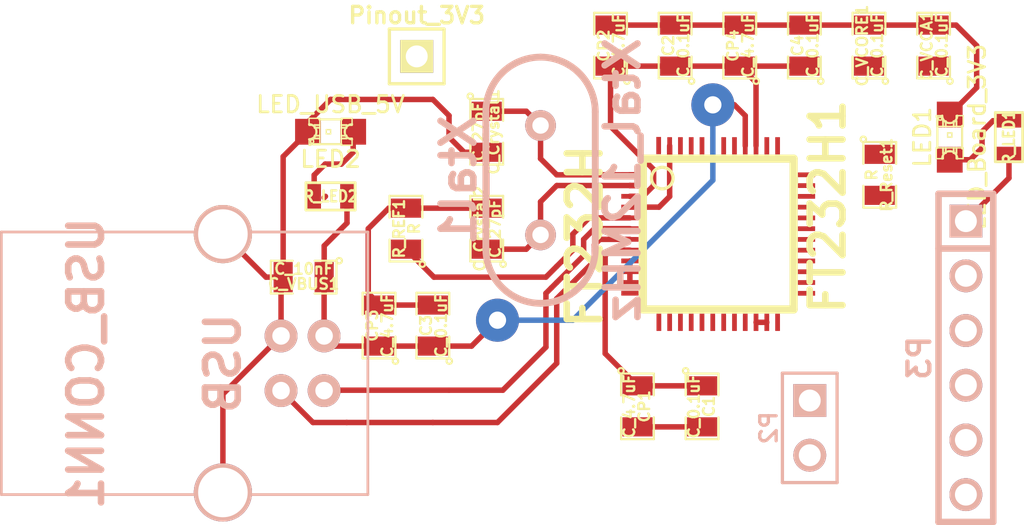
<source format=kicad_pcb>
(kicad_pcb (version 3) (host pcbnew "(2013-07-07 BZR 4022)-stable")

  (general
    (links 68)
    (no_connects 30)
    (area 36.199499 50.680934 89.387266 78.2224)
    (thickness 1.6)
    (drawings 0)
    (tracks 130)
    (zones 0)
    (modules 25)
    (nets 19)
  )

  (page A3)
  (layers
    (15 Dessus.Cu signal)
    (0 Dessous.Cu signal)
    (16 Dessous.Adhes user)
    (17 Dessus.Adhes user)
    (18 Dessous.Pate user)
    (19 Dessus.Pate user)
    (20 Dessous.SilkS user)
    (21 Dessus.SilkS user)
    (22 Dessous.Masque user)
    (23 Dessus.Masque user)
    (24 Dessin.User user)
    (25 Cmts.User user)
    (26 Eco1.User user)
    (27 Eco2.User user)
    (28 Contours.Ci user)
  )

  (setup
    (last_trace_width 0.254)
    (trace_clearance 0.2)
    (zone_clearance 0.508)
    (zone_45_only no)
    (trace_min 0.254)
    (segment_width 0.2)
    (edge_width 0.15)
    (via_size 2)
    (via_drill 0.8)
    (via_min_size 0.889)
    (via_min_drill 0.508)
    (uvia_size 0.508)
    (uvia_drill 0.127)
    (uvias_allowed no)
    (uvia_min_size 0.508)
    (uvia_min_drill 0.127)
    (pcb_text_width 0.3)
    (pcb_text_size 1.5 1.5)
    (mod_edge_width 0.15)
    (mod_text_size 1.5 1.5)
    (mod_text_width 0.15)
    (pad_size 0.8001 0.22098)
    (pad_drill 0)
    (pad_to_mask_clearance 0.2)
    (aux_axis_origin 0 0)
    (visible_elements 7FFFFFFF)
    (pcbplotparams
      (layerselection 3178497)
      (usegerberextensions true)
      (excludeedgelayer true)
      (linewidth 0.150000)
      (plotframeref false)
      (viasonmask false)
      (mode 1)
      (useauxorigin false)
      (hpglpennumber 1)
      (hpglpenspeed 20)
      (hpglpendiameter 15)
      (hpglpenoverlay 2)
      (psnegative false)
      (psa4output false)
      (plotreference true)
      (plotvalue true)
      (plotothertext true)
      (plotinvisibletext false)
      (padsonsilk false)
      (subtractmaskfromsilk false)
      (outputformat 1)
      (mirror false)
      (drillshape 1)
      (scaleselection 1)
      (outputdirectory ""))
  )

  (net 0 "")
  (net 1 /BOARD_3V3)
  (net 2 /TCK)
  (net 3 /TDI)
  (net 4 /TDO)
  (net 5 /TMS)
  (net 6 /VBUS_5V)
  (net 7 /VCCD_3V3)
  (net 8 GND)
  (net 9 N-000001)
  (net 10 N-0000010)
  (net 11 N-0000011)
  (net 12 N-000002)
  (net 13 N-0000029)
  (net 14 N-000003)
  (net 15 N-0000030)
  (net 16 N-000004)
  (net 17 N-000006)
  (net 18 N-000009)

  (net_class Default "Ceci est la Netclass par défaut"
    (clearance 0.2)
    (trace_width 0.254)
    (via_dia 2)
    (via_drill 0.8)
    (uvia_dia 0.508)
    (uvia_drill 0.127)
    (add_net "")
    (add_net /BOARD_3V3)
    (add_net /TCK)
    (add_net /TDI)
    (add_net /TDO)
    (add_net /TMS)
    (add_net /VBUS_5V)
    (add_net /VCCD_3V3)
    (add_net GND)
    (add_net N-000001)
    (add_net N-0000010)
    (add_net N-0000011)
    (add_net N-000002)
    (add_net N-0000029)
    (add_net N-000003)
    (add_net N-0000030)
    (add_net N-000004)
    (add_net N-000006)
    (add_net N-000009)
  )

  (module SM0805 (layer Dessus.Cu) (tedit 5091495C) (tstamp 5266A70A)
    (at 50.25 64 180)
    (path /5261282B)
    (attr smd)
    (fp_text reference C_VBUS1 (at 0 -0.3175 180) (layer Dessus.SilkS)
      (effects (font (size 0.50038 0.50038) (thickness 0.10922)))
    )
    (fp_text value C_10nF (at 0 0.381 180) (layer Dessus.SilkS)
      (effects (font (size 0.50038 0.50038) (thickness 0.10922)))
    )
    (fp_circle (center -1.651 0.762) (end -1.651 0.635) (layer Dessus.SilkS) (width 0.09906))
    (fp_line (start -0.508 0.762) (end -1.524 0.762) (layer Dessus.SilkS) (width 0.09906))
    (fp_line (start -1.524 0.762) (end -1.524 -0.762) (layer Dessus.SilkS) (width 0.09906))
    (fp_line (start -1.524 -0.762) (end -0.508 -0.762) (layer Dessus.SilkS) (width 0.09906))
    (fp_line (start 0.508 -0.762) (end 1.524 -0.762) (layer Dessus.SilkS) (width 0.09906))
    (fp_line (start 1.524 -0.762) (end 1.524 0.762) (layer Dessus.SilkS) (width 0.09906))
    (fp_line (start 1.524 0.762) (end 0.508 0.762) (layer Dessus.SilkS) (width 0.09906))
    (pad 1 smd rect (at -0.9525 0 180) (size 0.889 1.397)
      (layers Dessus.Cu Dessus.Pate Dessus.Masque)
      (net 6 /VBUS_5V)
    )
    (pad 2 smd rect (at 0.9525 0 180) (size 0.889 1.397)
      (layers Dessus.Cu Dessus.Pate Dessus.Masque)
      (net 8 GND)
    )
    (model smd/chip_cms.wrl
      (at (xyz 0 0 0))
      (scale (xyz 0.1 0.1 0.1))
      (rotate (xyz 0 0 0))
    )
  )

  (module SM0805 (layer Dessus.Cu) (tedit 5091495C) (tstamp 52629D5A)
    (at 58.75 57.25 270)
    (path /526102F7)
    (attr smd)
    (fp_text reference C_Crystal1 (at 0 -0.3175 270) (layer Dessus.SilkS)
      (effects (font (size 0.50038 0.50038) (thickness 0.10922)))
    )
    (fp_text value C_27pF (at 0 0.381 270) (layer Dessus.SilkS)
      (effects (font (size 0.50038 0.50038) (thickness 0.10922)))
    )
    (fp_circle (center -1.651 0.762) (end -1.651 0.635) (layer Dessus.SilkS) (width 0.09906))
    (fp_line (start -0.508 0.762) (end -1.524 0.762) (layer Dessus.SilkS) (width 0.09906))
    (fp_line (start -1.524 0.762) (end -1.524 -0.762) (layer Dessus.SilkS) (width 0.09906))
    (fp_line (start -1.524 -0.762) (end -0.508 -0.762) (layer Dessus.SilkS) (width 0.09906))
    (fp_line (start 0.508 -0.762) (end 1.524 -0.762) (layer Dessus.SilkS) (width 0.09906))
    (fp_line (start 1.524 -0.762) (end 1.524 0.762) (layer Dessus.SilkS) (width 0.09906))
    (fp_line (start 1.524 0.762) (end 0.508 0.762) (layer Dessus.SilkS) (width 0.09906))
    (pad 1 smd rect (at -0.9525 0 270) (size 0.889 1.397)
      (layers Dessus.Cu Dessus.Pate Dessus.Masque)
      (net 15 N-0000030)
    )
    (pad 2 smd rect (at 0.9525 0 270) (size 0.889 1.397)
      (layers Dessus.Cu Dessus.Pate Dessus.Masque)
      (net 8 GND)
    )
    (model smd/chip_cms.wrl
      (at (xyz 0 0 0))
      (scale (xyz 0.1 0.1 0.1))
      (rotate (xyz 0 0 0))
    )
  )

  (module SM0805 (layer Dessus.Cu) (tedit 5091495C) (tstamp 526299A9)
    (at 58.75 61.75 90)
    (path /526102FE)
    (attr smd)
    (fp_text reference C_Crystal2 (at 0 -0.3175 90) (layer Dessus.SilkS)
      (effects (font (size 0.50038 0.50038) (thickness 0.10922)))
    )
    (fp_text value C_27pF (at 0 0.381 90) (layer Dessus.SilkS)
      (effects (font (size 0.50038 0.50038) (thickness 0.10922)))
    )
    (fp_circle (center -1.651 0.762) (end -1.651 0.635) (layer Dessus.SilkS) (width 0.09906))
    (fp_line (start -0.508 0.762) (end -1.524 0.762) (layer Dessus.SilkS) (width 0.09906))
    (fp_line (start -1.524 0.762) (end -1.524 -0.762) (layer Dessus.SilkS) (width 0.09906))
    (fp_line (start -1.524 -0.762) (end -0.508 -0.762) (layer Dessus.SilkS) (width 0.09906))
    (fp_line (start 0.508 -0.762) (end 1.524 -0.762) (layer Dessus.SilkS) (width 0.09906))
    (fp_line (start 1.524 -0.762) (end 1.524 0.762) (layer Dessus.SilkS) (width 0.09906))
    (fp_line (start 1.524 0.762) (end 0.508 0.762) (layer Dessus.SilkS) (width 0.09906))
    (pad 1 smd rect (at -0.9525 0 90) (size 0.889 1.397)
      (layers Dessus.Cu Dessus.Pate Dessus.Masque)
      (net 13 N-0000029)
    )
    (pad 2 smd rect (at 0.9525 0 90) (size 0.889 1.397)
      (layers Dessus.Cu Dessus.Pate Dessus.Masque)
      (net 8 GND)
    )
    (model smd/chip_cms.wrl
      (at (xyz 0 0 0))
      (scale (xyz 0.1 0.1 0.1))
      (rotate (xyz 0 0 0))
    )
  )

  (module SM0805 (layer Dessus.Cu) (tedit 5091495C) (tstamp 526299B6)
    (at 56.25 66.25 90)
    (path /526106F6)
    (attr smd)
    (fp_text reference C3 (at 0 -0.3175 90) (layer Dessus.SilkS)
      (effects (font (size 0.50038 0.50038) (thickness 0.10922)))
    )
    (fp_text value C_0.1uF (at 0 0.381 90) (layer Dessus.SilkS)
      (effects (font (size 0.50038 0.50038) (thickness 0.10922)))
    )
    (fp_circle (center -1.651 0.762) (end -1.651 0.635) (layer Dessus.SilkS) (width 0.09906))
    (fp_line (start -0.508 0.762) (end -1.524 0.762) (layer Dessus.SilkS) (width 0.09906))
    (fp_line (start -1.524 0.762) (end -1.524 -0.762) (layer Dessus.SilkS) (width 0.09906))
    (fp_line (start -1.524 -0.762) (end -0.508 -0.762) (layer Dessus.SilkS) (width 0.09906))
    (fp_line (start 0.508 -0.762) (end 1.524 -0.762) (layer Dessus.SilkS) (width 0.09906))
    (fp_line (start 1.524 -0.762) (end 1.524 0.762) (layer Dessus.SilkS) (width 0.09906))
    (fp_line (start 1.524 0.762) (end 0.508 0.762) (layer Dessus.SilkS) (width 0.09906))
    (pad 1 smd rect (at -0.9525 0 90) (size 0.889 1.397)
      (layers Dessus.Cu Dessus.Pate Dessus.Masque)
      (net 6 /VBUS_5V)
    )
    (pad 2 smd rect (at 0.9525 0 90) (size 0.889 1.397)
      (layers Dessus.Cu Dessus.Pate Dessus.Masque)
      (net 8 GND)
    )
    (model smd/chip_cms.wrl
      (at (xyz 0 0 0))
      (scale (xyz 0.1 0.1 0.1))
      (rotate (xyz 0 0 0))
    )
  )

  (module SM0805 (layer Dessus.Cu) (tedit 5091495C) (tstamp 5266D5A1)
    (at 53.75 66.25 90)
    (path /5261075B)
    (attr smd)
    (fp_text reference CP3 (at 0 -0.3175 90) (layer Dessus.SilkS)
      (effects (font (size 0.50038 0.50038) (thickness 0.10922)))
    )
    (fp_text value C_4.7uF (at 0 0.381 90) (layer Dessus.SilkS)
      (effects (font (size 0.50038 0.50038) (thickness 0.10922)))
    )
    (fp_circle (center -1.651 0.762) (end -1.651 0.635) (layer Dessus.SilkS) (width 0.09906))
    (fp_line (start -0.508 0.762) (end -1.524 0.762) (layer Dessus.SilkS) (width 0.09906))
    (fp_line (start -1.524 0.762) (end -1.524 -0.762) (layer Dessus.SilkS) (width 0.09906))
    (fp_line (start -1.524 -0.762) (end -0.508 -0.762) (layer Dessus.SilkS) (width 0.09906))
    (fp_line (start 0.508 -0.762) (end 1.524 -0.762) (layer Dessus.SilkS) (width 0.09906))
    (fp_line (start 1.524 -0.762) (end 1.524 0.762) (layer Dessus.SilkS) (width 0.09906))
    (fp_line (start 1.524 0.762) (end 0.508 0.762) (layer Dessus.SilkS) (width 0.09906))
    (pad 1 smd rect (at -0.9525 0 90) (size 0.889 1.397)
      (layers Dessus.Cu Dessus.Pate Dessus.Masque)
      (net 6 /VBUS_5V)
    )
    (pad 2 smd rect (at 0.9525 0 90) (size 0.889 1.397)
      (layers Dessus.Cu Dessus.Pate Dessus.Masque)
      (net 8 GND)
    )
    (model smd/chip_cms.wrl
      (at (xyz 0 0 0))
      (scale (xyz 0.1 0.1 0.1))
      (rotate (xyz 0 0 0))
    )
  )

  (module SM0805 (layer Dessus.Cu) (tedit 5091495C) (tstamp 526681E1)
    (at 77 59.25 270)
    (path /5261161F)
    (attr smd)
    (fp_text reference R_Reset1 (at 0 -0.3175 270) (layer Dessus.SilkS)
      (effects (font (size 0.50038 0.50038) (thickness 0.10922)))
    )
    (fp_text value R (at 0 0.381 270) (layer Dessus.SilkS)
      (effects (font (size 0.50038 0.50038) (thickness 0.10922)))
    )
    (fp_circle (center -1.651 0.762) (end -1.651 0.635) (layer Dessus.SilkS) (width 0.09906))
    (fp_line (start -0.508 0.762) (end -1.524 0.762) (layer Dessus.SilkS) (width 0.09906))
    (fp_line (start -1.524 0.762) (end -1.524 -0.762) (layer Dessus.SilkS) (width 0.09906))
    (fp_line (start -1.524 -0.762) (end -0.508 -0.762) (layer Dessus.SilkS) (width 0.09906))
    (fp_line (start 0.508 -0.762) (end 1.524 -0.762) (layer Dessus.SilkS) (width 0.09906))
    (fp_line (start 1.524 -0.762) (end 1.524 0.762) (layer Dessus.SilkS) (width 0.09906))
    (fp_line (start 1.524 0.762) (end 0.508 0.762) (layer Dessus.SilkS) (width 0.09906))
    (pad 1 smd rect (at -0.9525 0 270) (size 0.889 1.397)
      (layers Dessus.Cu Dessus.Pate Dessus.Masque)
      (net 7 /VCCD_3V3)
    )
    (pad 2 smd rect (at 0.9525 0 270) (size 0.889 1.397)
      (layers Dessus.Cu Dessus.Pate Dessus.Masque)
      (net 9 N-000001)
    )
    (model smd/chip_cms.wrl
      (at (xyz 0 0 0))
      (scale (xyz 0.1 0.1 0.1))
      (rotate (xyz 0 0 0))
    )
  )

  (module SM0805 (layer Dessus.Cu) (tedit 5091495C) (tstamp 526299DD)
    (at 55 61.75 90)
    (path /52611699)
    (attr smd)
    (fp_text reference R_REF1 (at 0 -0.3175 90) (layer Dessus.SilkS)
      (effects (font (size 0.50038 0.50038) (thickness 0.10922)))
    )
    (fp_text value R (at 0 0.381 90) (layer Dessus.SilkS)
      (effects (font (size 0.50038 0.50038) (thickness 0.10922)))
    )
    (fp_circle (center -1.651 0.762) (end -1.651 0.635) (layer Dessus.SilkS) (width 0.09906))
    (fp_line (start -0.508 0.762) (end -1.524 0.762) (layer Dessus.SilkS) (width 0.09906))
    (fp_line (start -1.524 0.762) (end -1.524 -0.762) (layer Dessus.SilkS) (width 0.09906))
    (fp_line (start -1.524 -0.762) (end -0.508 -0.762) (layer Dessus.SilkS) (width 0.09906))
    (fp_line (start 0.508 -0.762) (end 1.524 -0.762) (layer Dessus.SilkS) (width 0.09906))
    (fp_line (start 1.524 -0.762) (end 1.524 0.762) (layer Dessus.SilkS) (width 0.09906))
    (fp_line (start 1.524 0.762) (end 0.508 0.762) (layer Dessus.SilkS) (width 0.09906))
    (pad 1 smd rect (at -0.9525 0 90) (size 0.889 1.397)
      (layers Dessus.Cu Dessus.Pate Dessus.Masque)
      (net 16 N-000004)
    )
    (pad 2 smd rect (at 0.9525 0 90) (size 0.889 1.397)
      (layers Dessus.Cu Dessus.Pate Dessus.Masque)
      (net 8 GND)
    )
    (model smd/chip_cms.wrl
      (at (xyz 0 0 0))
      (scale (xyz 0.1 0.1 0.1))
      (rotate (xyz 0 0 0))
    )
  )

  (module SM0805 (layer Dessus.Cu) (tedit 5091495C) (tstamp 526299EA)
    (at 79.5 53.25 90)
    (path /52611805)
    (attr smd)
    (fp_text reference C_VCCA1 (at 0 -0.3175 90) (layer Dessus.SilkS)
      (effects (font (size 0.50038 0.50038) (thickness 0.10922)))
    )
    (fp_text value C_0.1uF (at 0 0.381 90) (layer Dessus.SilkS)
      (effects (font (size 0.50038 0.50038) (thickness 0.10922)))
    )
    (fp_circle (center -1.651 0.762) (end -1.651 0.635) (layer Dessus.SilkS) (width 0.09906))
    (fp_line (start -0.508 0.762) (end -1.524 0.762) (layer Dessus.SilkS) (width 0.09906))
    (fp_line (start -1.524 0.762) (end -1.524 -0.762) (layer Dessus.SilkS) (width 0.09906))
    (fp_line (start -1.524 -0.762) (end -0.508 -0.762) (layer Dessus.SilkS) (width 0.09906))
    (fp_line (start 0.508 -0.762) (end 1.524 -0.762) (layer Dessus.SilkS) (width 0.09906))
    (fp_line (start 1.524 -0.762) (end 1.524 0.762) (layer Dessus.SilkS) (width 0.09906))
    (fp_line (start 1.524 0.762) (end 0.508 0.762) (layer Dessus.SilkS) (width 0.09906))
    (pad 1 smd rect (at -0.9525 0 90) (size 0.889 1.397)
      (layers Dessus.Cu Dessus.Pate Dessus.Masque)
      (net 14 N-000003)
    )
    (pad 2 smd rect (at 0.9525 0 90) (size 0.889 1.397)
      (layers Dessus.Cu Dessus.Pate Dessus.Masque)
      (net 8 GND)
    )
    (model smd/chip_cms.wrl
      (at (xyz 0 0 0))
      (scale (xyz 0.1 0.1 0.1))
      (rotate (xyz 0 0 0))
    )
  )

  (module SM0805 (layer Dessus.Cu) (tedit 5091495C) (tstamp 526299F7)
    (at 76.5 53.25 90)
    (path /52611812)
    (attr smd)
    (fp_text reference C_VCORE1 (at 0 -0.3175 90) (layer Dessus.SilkS)
      (effects (font (size 0.50038 0.50038) (thickness 0.10922)))
    )
    (fp_text value C_0.1uF (at 0 0.381 90) (layer Dessus.SilkS)
      (effects (font (size 0.50038 0.50038) (thickness 0.10922)))
    )
    (fp_circle (center -1.651 0.762) (end -1.651 0.635) (layer Dessus.SilkS) (width 0.09906))
    (fp_line (start -0.508 0.762) (end -1.524 0.762) (layer Dessus.SilkS) (width 0.09906))
    (fp_line (start -1.524 0.762) (end -1.524 -0.762) (layer Dessus.SilkS) (width 0.09906))
    (fp_line (start -1.524 -0.762) (end -0.508 -0.762) (layer Dessus.SilkS) (width 0.09906))
    (fp_line (start 0.508 -0.762) (end 1.524 -0.762) (layer Dessus.SilkS) (width 0.09906))
    (fp_line (start 1.524 -0.762) (end 1.524 0.762) (layer Dessus.SilkS) (width 0.09906))
    (fp_line (start 1.524 0.762) (end 0.508 0.762) (layer Dessus.SilkS) (width 0.09906))
    (pad 1 smd rect (at -0.9525 0 90) (size 0.889 1.397)
      (layers Dessus.Cu Dessus.Pate Dessus.Masque)
      (net 12 N-000002)
    )
    (pad 2 smd rect (at 0.9525 0 90) (size 0.889 1.397)
      (layers Dessus.Cu Dessus.Pate Dessus.Masque)
      (net 8 GND)
    )
    (model smd/chip_cms.wrl
      (at (xyz 0 0 0))
      (scale (xyz 0.1 0.1 0.1))
      (rotate (xyz 0 0 0))
    )
  )

  (module SM0805 (layer Dessus.Cu) (tedit 5091495C) (tstamp 526681C5)
    (at 73.5 53.25 90)
    (path /52611925)
    (attr smd)
    (fp_text reference C4 (at 0 -0.3175 90) (layer Dessus.SilkS)
      (effects (font (size 0.50038 0.50038) (thickness 0.10922)))
    )
    (fp_text value C_0.1uF (at 0 0.381 90) (layer Dessus.SilkS)
      (effects (font (size 0.50038 0.50038) (thickness 0.10922)))
    )
    (fp_circle (center -1.651 0.762) (end -1.651 0.635) (layer Dessus.SilkS) (width 0.09906))
    (fp_line (start -0.508 0.762) (end -1.524 0.762) (layer Dessus.SilkS) (width 0.09906))
    (fp_line (start -1.524 0.762) (end -1.524 -0.762) (layer Dessus.SilkS) (width 0.09906))
    (fp_line (start -1.524 -0.762) (end -0.508 -0.762) (layer Dessus.SilkS) (width 0.09906))
    (fp_line (start 0.508 -0.762) (end 1.524 -0.762) (layer Dessus.SilkS) (width 0.09906))
    (fp_line (start 1.524 -0.762) (end 1.524 0.762) (layer Dessus.SilkS) (width 0.09906))
    (fp_line (start 1.524 0.762) (end 0.508 0.762) (layer Dessus.SilkS) (width 0.09906))
    (pad 1 smd rect (at -0.9525 0 90) (size 0.889 1.397)
      (layers Dessus.Cu Dessus.Pate Dessus.Masque)
      (net 7 /VCCD_3V3)
    )
    (pad 2 smd rect (at 0.9525 0 90) (size 0.889 1.397)
      (layers Dessus.Cu Dessus.Pate Dessus.Masque)
      (net 8 GND)
    )
    (model smd/chip_cms.wrl
      (at (xyz 0 0 0))
      (scale (xyz 0.1 0.1 0.1))
      (rotate (xyz 0 0 0))
    )
  )

  (module SM0805 (layer Dessus.Cu) (tedit 5091495C) (tstamp 52629A11)
    (at 70.5 53.25 90)
    (path /52611935)
    (attr smd)
    (fp_text reference CP4 (at 0 -0.3175 90) (layer Dessus.SilkS)
      (effects (font (size 0.50038 0.50038) (thickness 0.10922)))
    )
    (fp_text value C_4.7uF (at 0 0.381 90) (layer Dessus.SilkS)
      (effects (font (size 0.50038 0.50038) (thickness 0.10922)))
    )
    (fp_circle (center -1.651 0.762) (end -1.651 0.635) (layer Dessus.SilkS) (width 0.09906))
    (fp_line (start -0.508 0.762) (end -1.524 0.762) (layer Dessus.SilkS) (width 0.09906))
    (fp_line (start -1.524 0.762) (end -1.524 -0.762) (layer Dessus.SilkS) (width 0.09906))
    (fp_line (start -1.524 -0.762) (end -0.508 -0.762) (layer Dessus.SilkS) (width 0.09906))
    (fp_line (start 0.508 -0.762) (end 1.524 -0.762) (layer Dessus.SilkS) (width 0.09906))
    (fp_line (start 1.524 -0.762) (end 1.524 0.762) (layer Dessus.SilkS) (width 0.09906))
    (fp_line (start 1.524 0.762) (end 0.508 0.762) (layer Dessus.SilkS) (width 0.09906))
    (pad 1 smd rect (at -0.9525 0 90) (size 0.889 1.397)
      (layers Dessus.Cu Dessus.Pate Dessus.Masque)
      (net 7 /VCCD_3V3)
    )
    (pad 2 smd rect (at 0.9525 0 90) (size 0.889 1.397)
      (layers Dessus.Cu Dessus.Pate Dessus.Masque)
      (net 8 GND)
    )
    (model smd/chip_cms.wrl
      (at (xyz 0 0 0))
      (scale (xyz 0.1 0.1 0.1))
      (rotate (xyz 0 0 0))
    )
  )

  (module SM0805 (layer Dessus.Cu) (tedit 52668237) (tstamp 52629A1E)
    (at 68.75 70 270)
    (path /52611B5D)
    (attr smd)
    (fp_text reference C1 (at 0 -0.3175 270) (layer Dessus.SilkS)
      (effects (font (size 0.50038 0.50038) (thickness 0.10922)))
    )
    (fp_text value C_0.1uF (at 0 0.381 270) (layer Dessus.SilkS)
      (effects (font (size 0.50038 0.50038) (thickness 0.10922)))
    )
    (fp_circle (center -1.651 0.762) (end -1.651 0.635) (layer Dessus.SilkS) (width 0.09906))
    (fp_line (start -0.508 0.762) (end -1.524 0.762) (layer Dessus.SilkS) (width 0.09906))
    (fp_line (start -1.524 0.762) (end -1.524 -0.762) (layer Dessus.SilkS) (width 0.09906))
    (fp_line (start -1.524 -0.762) (end -0.508 -0.762) (layer Dessus.SilkS) (width 0.09906))
    (fp_line (start 0.508 -0.762) (end 1.524 -0.762) (layer Dessus.SilkS) (width 0.09906))
    (fp_line (start 1.524 -0.762) (end 1.524 0.762) (layer Dessus.SilkS) (width 0.09906))
    (fp_line (start 1.524 0.762) (end 0.508 0.762) (layer Dessus.SilkS) (width 0.09906))
    (pad 1 smd rect (at -0.9525 0 270) (size 0.889 1.397)
      (layers Dessus.Cu Dessus.Pate Dessus.Masque)
      (net 7 /VCCD_3V3)
    )
    (pad 2 smd rect (at 0.9525 0 270) (size 0.889 1.397)
      (layers Dessus.Cu Dessus.Pate Dessus.Masque)
      (net 8 GND)
    )
    (model smd/chip_cms.wrl
      (at (xyz 0 0 0))
      (scale (xyz 0.1 0.1 0.1))
      (rotate (xyz 0 0 0))
    )
  )

  (module SM0805 (layer Dessus.Cu) (tedit 5091495C) (tstamp 52629A2B)
    (at 65.75 70 270)
    (path /52611B67)
    (attr smd)
    (fp_text reference CP1 (at 0 -0.3175 270) (layer Dessus.SilkS)
      (effects (font (size 0.50038 0.50038) (thickness 0.10922)))
    )
    (fp_text value C_4.7uF (at 0 0.381 270) (layer Dessus.SilkS)
      (effects (font (size 0.50038 0.50038) (thickness 0.10922)))
    )
    (fp_circle (center -1.651 0.762) (end -1.651 0.635) (layer Dessus.SilkS) (width 0.09906))
    (fp_line (start -0.508 0.762) (end -1.524 0.762) (layer Dessus.SilkS) (width 0.09906))
    (fp_line (start -1.524 0.762) (end -1.524 -0.762) (layer Dessus.SilkS) (width 0.09906))
    (fp_line (start -1.524 -0.762) (end -0.508 -0.762) (layer Dessus.SilkS) (width 0.09906))
    (fp_line (start 0.508 -0.762) (end 1.524 -0.762) (layer Dessus.SilkS) (width 0.09906))
    (fp_line (start 1.524 -0.762) (end 1.524 0.762) (layer Dessus.SilkS) (width 0.09906))
    (fp_line (start 1.524 0.762) (end 0.508 0.762) (layer Dessus.SilkS) (width 0.09906))
    (pad 1 smd rect (at -0.9525 0 270) (size 0.889 1.397)
      (layers Dessus.Cu Dessus.Pate Dessus.Masque)
      (net 7 /VCCD_3V3)
    )
    (pad 2 smd rect (at 0.9525 0 270) (size 0.889 1.397)
      (layers Dessus.Cu Dessus.Pate Dessus.Masque)
      (net 8 GND)
    )
    (model smd/chip_cms.wrl
      (at (xyz 0 0 0))
      (scale (xyz 0.1 0.1 0.1))
      (rotate (xyz 0 0 0))
    )
  )

  (module SM0805 (layer Dessus.Cu) (tedit 5091495C) (tstamp 52629A38)
    (at 67.5 53.25 90)
    (path /52611BC4)
    (attr smd)
    (fp_text reference C2 (at 0 -0.3175 90) (layer Dessus.SilkS)
      (effects (font (size 0.50038 0.50038) (thickness 0.10922)))
    )
    (fp_text value C_0.1uF (at 0 0.381 90) (layer Dessus.SilkS)
      (effects (font (size 0.50038 0.50038) (thickness 0.10922)))
    )
    (fp_circle (center -1.651 0.762) (end -1.651 0.635) (layer Dessus.SilkS) (width 0.09906))
    (fp_line (start -0.508 0.762) (end -1.524 0.762) (layer Dessus.SilkS) (width 0.09906))
    (fp_line (start -1.524 0.762) (end -1.524 -0.762) (layer Dessus.SilkS) (width 0.09906))
    (fp_line (start -1.524 -0.762) (end -0.508 -0.762) (layer Dessus.SilkS) (width 0.09906))
    (fp_line (start 0.508 -0.762) (end 1.524 -0.762) (layer Dessus.SilkS) (width 0.09906))
    (fp_line (start 1.524 -0.762) (end 1.524 0.762) (layer Dessus.SilkS) (width 0.09906))
    (fp_line (start 1.524 0.762) (end 0.508 0.762) (layer Dessus.SilkS) (width 0.09906))
    (pad 1 smd rect (at -0.9525 0 90) (size 0.889 1.397)
      (layers Dessus.Cu Dessus.Pate Dessus.Masque)
      (net 7 /VCCD_3V3)
    )
    (pad 2 smd rect (at 0.9525 0 90) (size 0.889 1.397)
      (layers Dessus.Cu Dessus.Pate Dessus.Masque)
      (net 8 GND)
    )
    (model smd/chip_cms.wrl
      (at (xyz 0 0 0))
      (scale (xyz 0.1 0.1 0.1))
      (rotate (xyz 0 0 0))
    )
  )

  (module SM0805 (layer Dessus.Cu) (tedit 5091495C) (tstamp 52629A45)
    (at 64.5 53.25 90)
    (path /52611BD3)
    (attr smd)
    (fp_text reference CP2 (at 0 -0.3175 90) (layer Dessus.SilkS)
      (effects (font (size 0.50038 0.50038) (thickness 0.10922)))
    )
    (fp_text value C_4.7uF (at 0 0.381 90) (layer Dessus.SilkS)
      (effects (font (size 0.50038 0.50038) (thickness 0.10922)))
    )
    (fp_circle (center -1.651 0.762) (end -1.651 0.635) (layer Dessus.SilkS) (width 0.09906))
    (fp_line (start -0.508 0.762) (end -1.524 0.762) (layer Dessus.SilkS) (width 0.09906))
    (fp_line (start -1.524 0.762) (end -1.524 -0.762) (layer Dessus.SilkS) (width 0.09906))
    (fp_line (start -1.524 -0.762) (end -0.508 -0.762) (layer Dessus.SilkS) (width 0.09906))
    (fp_line (start 0.508 -0.762) (end 1.524 -0.762) (layer Dessus.SilkS) (width 0.09906))
    (fp_line (start 1.524 -0.762) (end 1.524 0.762) (layer Dessus.SilkS) (width 0.09906))
    (fp_line (start 1.524 0.762) (end 0.508 0.762) (layer Dessus.SilkS) (width 0.09906))
    (pad 1 smd rect (at -0.9525 0 90) (size 0.889 1.397)
      (layers Dessus.Cu Dessus.Pate Dessus.Masque)
      (net 7 /VCCD_3V3)
    )
    (pad 2 smd rect (at 0.9525 0 90) (size 0.889 1.397)
      (layers Dessus.Cu Dessus.Pate Dessus.Masque)
      (net 8 GND)
    )
    (model smd/chip_cms.wrl
      (at (xyz 0 0 0))
      (scale (xyz 0.1 0.1 0.1))
      (rotate (xyz 0 0 0))
    )
  )

  (module PIN_ARRAY_1 (layer Dessus.Cu) (tedit 4E4E744E) (tstamp 52629A60)
    (at 55.5 53.75)
    (descr "1 pin")
    (tags "CONN DEV")
    (path /526118B0)
    (fp_text reference Pinout_3V3 (at 0 -1.905) (layer Dessus.SilkS)
      (effects (font (size 0.762 0.762) (thickness 0.1524)))
    )
    (fp_text value CONN_1 (at 0 -1.905) (layer Dessus.SilkS) hide
      (effects (font (size 0.762 0.762) (thickness 0.1524)))
    )
    (fp_line (start 1.27 1.27) (end -1.27 1.27) (layer Dessus.SilkS) (width 0.1524))
    (fp_line (start -1.27 -1.27) (end 1.27 -1.27) (layer Dessus.SilkS) (width 0.1524))
    (fp_line (start -1.27 1.27) (end -1.27 -1.27) (layer Dessus.SilkS) (width 0.1524))
    (fp_line (start 1.27 -1.27) (end 1.27 1.27) (layer Dessus.SilkS) (width 0.1524))
    (pad 1 thru_hole rect (at 0 0) (size 1.524 1.524) (drill 1.016)
      (layers *.Cu *.Mask Dessus.SilkS)
      (net 7 /VCCD_3V3)
    )
    (model pin_array\pin_1.wrl
      (at (xyz 0 0 0))
      (scale (xyz 1 1 1))
      (rotate (xyz 0 0 0))
    )
  )

  (module HC-49V (layer Dessous.Cu) (tedit 4C5EC450) (tstamp 5266A3AE)
    (at 61.25 59.5 270)
    (descr "Quartz boitier HC-49 Vertical")
    (tags "QUARTZ DEV")
    (path /526102CD)
    (autoplace_cost180 10)
    (fp_text reference Xtal1 (at 0 3.81 270) (layer Dessous.SilkS)
      (effects (font (size 1.524 1.524) (thickness 0.3048)) (justify mirror))
    )
    (fp_text value Xtal_12MHz (at 0 -3.81 270) (layer Dessous.SilkS)
      (effects (font (size 1.524 1.524) (thickness 0.3048)) (justify mirror))
    )
    (fp_line (start -3.175 -2.54) (end 3.175 -2.54) (layer Dessous.SilkS) (width 0.3175))
    (fp_line (start -3.175 2.54) (end 3.175 2.54) (layer Dessous.SilkS) (width 0.3175))
    (fp_arc (start 3.175 0) (end 3.175 2.54) (angle -90) (layer Dessous.SilkS) (width 0.3175))
    (fp_arc (start 3.175 0) (end 5.715 0) (angle -90) (layer Dessous.SilkS) (width 0.3175))
    (fp_arc (start -3.175 0) (end -5.715 0) (angle -90) (layer Dessous.SilkS) (width 0.3175))
    (fp_arc (start -3.175 0) (end -3.175 -2.54) (angle -90) (layer Dessous.SilkS) (width 0.3175))
    (pad 1 thru_hole circle (at -2.54 0 270) (size 1.4224 1.4224) (drill 0.762)
      (layers *.Cu *.Mask Dessous.SilkS)
      (net 15 N-0000030)
    )
    (pad 2 thru_hole circle (at 2.54 0 270) (size 1.4224 1.4224) (drill 0.762)
      (layers *.Cu *.Mask Dessous.SilkS)
      (net 13 N-0000029)
    )
    (model discret/xtal/crystal_hc18u_vertical.wrl
      (at (xyz 0 0 0))
      (scale (xyz 1 1 0.2))
      (rotate (xyz 0 0 0))
    )
  )

  (module FT232HLQFP (layer Dessus.Cu) (tedit 52629242) (tstamp 52629AA6)
    (at 69.5 62 270)
    (path /52610211)
    (fp_text reference FT232H1 (at -1.27 -5.08 270) (layer Dessus.SilkS)
      (effects (font (size 1.524 1.524) (thickness 0.3048)))
    )
    (fp_text value FT232H (at 0.1 6.2 270) (layer Dessus.SilkS)
      (effects (font (size 1.524 1.524) (thickness 0.3048)))
    )
    (fp_circle (center -2.6 2.6) (end -2.3 2.2) (layer Dessus.SilkS) (width 0.15))
    (fp_line (start -2.3622 -3.70078) (end -2.6416 -3.70078) (layer Dessus.SilkS) (width 0.0254))
    (fp_line (start -3.50012 -3.50012) (end -3.50012 3.50012) (layer Dessus.SilkS) (width 0.381))
    (fp_line (start -3.50012 3.50012) (end 3.50012 3.50012) (layer Dessus.SilkS) (width 0.381))
    (fp_line (start 3.50012 3.50012) (end 3.50012 -3.50012) (layer Dessus.SilkS) (width 0.381))
    (fp_line (start 3.50012 -3.50012) (end -3.50012 -3.50012) (layer Dessus.SilkS) (width 0.381))
    (pad 48 smd rect (at -4.10972 2.76606 90) (size 0.8001 0.22098)
      (layers Dessus.Cu Dessus.Pate Dessus.Masque)
      (net 8 GND)
    )
    (pad 47 smd rect (at -4.09956 2.25552 90) (size 0.8001 0.22098)
      (layers Dessus.Cu Dessus.Pate Dessus.Masque)
      (net 8 GND)
    )
    (pad 46 smd rect (at -4.09956 1.75514 90) (size 0.8001 0.22098)
      (layers Dessus.Cu Dessus.Pate Dessus.Masque)
      (net 1 /BOARD_3V3)
    )
    (pad 45 smd rect (at -4.09956 1.25476 90) (size 0.8001 0.22098)
      (layers Dessus.Cu Dessus.Pate Dessus.Masque)
    )
    (pad 44 smd rect (at -4.09956 0.75438 90) (size 0.8001 0.22098)
      (layers Dessus.Cu Dessus.Pate Dessus.Masque)
    )
    (pad 43 smd rect (at -4.09956 0.254 90) (size 0.8001 0.22098)
      (layers Dessus.Cu Dessus.Pate Dessus.Masque)
    )
    (pad 37 smd rect (at -4.09956 -2.7559 90) (size 0.8001 0.22098)
      (layers Dessus.Cu Dessus.Pate Dessus.Masque)
      (net 14 N-000003)
    )
    (pad 38 smd rect (at -4.09956 -2.25552 90) (size 0.8001 0.22098)
      (layers Dessus.Cu Dessus.Pate Dessus.Masque)
      (net 12 N-000002)
    )
    (pad 39 smd rect (at -4.09956 -1.75514 90) (size 0.8001 0.22098)
      (layers Dessus.Cu Dessus.Pate Dessus.Masque)
      (net 7 /VCCD_3V3)
    )
    (pad 40 smd rect (at -4.09956 -1.25476 90) (size 0.8001 0.22098)
      (layers Dessus.Cu Dessus.Pate Dessus.Masque)
      (net 6 /VBUS_5V)
    )
    (pad 41 smd rect (at -4.09956 -0.75438 90) (size 0.8001 0.22098)
      (layers Dessus.Cu Dessus.Pate Dessus.Masque)
      (net 8 GND)
    )
    (pad 42 smd rect (at -4.09956 -0.254 90) (size 0.8001 0.22098)
      (layers Dessus.Cu Dessus.Pate Dessus.Masque)
      (net 8 GND)
    )
    (pad 19 smd rect (at 4.09956 -0.254 90) (size 0.8001 0.22098)
      (layers Dessus.Cu Dessus.Pate Dessus.Masque)
    )
    (pad 20 smd rect (at 4.09956 -0.75438 90) (size 0.8001 0.22098)
      (layers Dessus.Cu Dessus.Pate Dessus.Masque)
    )
    (pad 21 smd rect (at 4.09956 -1.25476 90) (size 0.8001 0.22098)
      (layers Dessus.Cu Dessus.Pate Dessus.Masque)
    )
    (pad 22 smd rect (at 4.09956 -1.75514 90) (size 0.8001 0.22098)
      (layers Dessus.Cu Dessus.Pate Dessus.Masque)
      (net 8 GND)
    )
    (pad 23 smd rect (at 4.09956 -2.25552 90) (size 0.8001 0.22098)
      (layers Dessus.Cu Dessus.Pate Dessus.Masque)
      (net 8 GND)
    )
    (pad 24 smd rect (at 4.09956 -2.7559 90) (size 0.8001 0.22098)
      (layers Dessus.Cu Dessus.Pate Dessus.Masque)
      (net 1 /BOARD_3V3)
    )
    (pad 18 smd rect (at 4.09956 0.254 90) (size 0.8001 0.22098)
      (layers Dessus.Cu Dessus.Pate Dessus.Masque)
    )
    (pad 17 smd rect (at 4.09956 0.75438 90) (size 0.8001 0.22098)
      (layers Dessus.Cu Dessus.Pate Dessus.Masque)
    )
    (pad 16 smd rect (at 4.09956 1.25476 90) (size 0.8001 0.22098)
      (layers Dessus.Cu Dessus.Pate Dessus.Masque)
      (net 5 /TMS)
    )
    (pad 15 smd rect (at 4.09956 1.75514 90) (size 0.8001 0.22098)
      (layers Dessus.Cu Dessus.Pate Dessus.Masque)
      (net 4 /TDO)
    )
    (pad 14 smd rect (at 4.09956 2.25552 90) (size 0.8001 0.22098)
      (layers Dessus.Cu Dessus.Pate Dessus.Masque)
      (net 3 /TDI)
    )
    (pad 13 smd rect (at 4.09956 2.7559 90) (size 0.8001 0.22098)
      (layers Dessus.Cu Dessus.Pate Dessus.Masque)
      (net 2 /TCK)
    )
    (pad 1 smd rect (at -2.75336 4.1021) (size 0.8001 0.22098)
      (layers Dessus.Cu Dessus.Pate Dessus.Masque)
      (net 15 N-0000030)
    )
    (pad 2 smd rect (at -2.25298 4.1021) (size 0.8001 0.22098)
      (layers Dessus.Cu Dessus.Pate Dessus.Masque)
      (net 13 N-0000029)
    )
    (pad 3 smd rect (at -1.7526 4.1021) (size 0.8001 0.22098)
      (layers Dessus.Cu Dessus.Pate Dessus.Masque)
      (net 7 /VCCD_3V3)
    )
    (pad 4 smd rect (at -1.25222 4.1021) (size 0.8001 0.22098)
      (layers Dessus.Cu Dessus.Pate Dessus.Masque)
      (net 8 GND)
    )
    (pad 5 smd rect (at -0.75184 4.1021) (size 0.8001 0.22098)
      (layers Dessus.Cu Dessus.Pate Dessus.Masque)
      (net 16 N-000004)
    )
    (pad 6 smd rect (at -0.25146 4.1021) (size 0.8001 0.22098)
      (layers Dessus.Cu Dessus.Pate Dessus.Masque)
      (net 17 N-000006)
    )
    (pad 12 smd rect (at 2.74828 4.1021) (size 0.8001 0.22098)
      (layers Dessus.Cu Dessus.Pate Dessus.Masque)
      (net 1 /BOARD_3V3)
    )
    (pad 11 smd rect (at 2.2479 4.1021) (size 0.8001 0.22098)
      (layers Dessus.Cu Dessus.Pate Dessus.Masque)
      (net 8 GND)
    )
    (pad 10 smd rect (at 1.74752 4.1021) (size 0.8001 0.22098)
      (layers Dessus.Cu Dessus.Pate Dessus.Masque)
      (net 8 GND)
    )
    (pad 9 smd rect (at 1.24714 4.1021) (size 0.8001 0.22098)
      (layers Dessus.Cu Dessus.Pate Dessus.Masque)
      (net 8 GND)
    )
    (pad 8 smd rect (at 0.74676 4.1021) (size 0.8001 0.22098)
      (layers Dessus.Cu Dessus.Pate Dessus.Masque)
      (net 7 /VCCD_3V3)
    )
    (pad 7 smd rect (at 0.24638 4.1021) (size 0.8001 0.22098)
      (layers Dessus.Cu Dessus.Pate Dessus.Masque)
      (net 18 N-000009)
    )
    (pad 30 smd rect (at 0.24892 -4.09956) (size 0.8001 0.22098)
      (layers Dessus.Cu Dessus.Pate Dessus.Masque)
    )
    (pad 29 smd rect (at 0.7493 -4.09956) (size 0.8001 0.22098)
      (layers Dessus.Cu Dessus.Pate Dessus.Masque)
    )
    (pad 28 smd rect (at 1.24968 -4.09956) (size 0.8001 0.22098)
      (layers Dessus.Cu Dessus.Pate Dessus.Masque)
    )
    (pad 27 smd rect (at 1.75006 -4.09956) (size 0.8001 0.22098)
      (layers Dessus.Cu Dessus.Pate Dessus.Masque)
    )
    (pad 26 smd rect (at 2.25044 -4.09956) (size 0.8001 0.22098)
      (layers Dessus.Cu Dessus.Pate Dessus.Masque)
    )
    (pad 25 smd rect (at 2.75082 -4.09956) (size 0.8001 0.22098)
      (layers Dessus.Cu Dessus.Pate Dessus.Masque)
    )
    (pad 31 smd rect (at -0.24892 -4.09956) (size 0.8001 0.22098)
      (layers Dessus.Cu Dessus.Pate Dessus.Masque)
    )
    (pad 32 smd rect (at -0.7493 -4.09956) (size 0.8001 0.22098)
      (layers Dessus.Cu Dessus.Pate Dessus.Masque)
    )
    (pad 33 smd rect (at -1.24968 -4.09956) (size 0.8001 0.22098)
      (layers Dessus.Cu Dessus.Pate Dessus.Masque)
    )
    (pad 34 smd rect (at -1.75006 -4.09956) (size 0.8001 0.22098)
      (layers Dessus.Cu Dessus.Pate Dessus.Masque)
      (net 9 N-000001)
    )
    (pad 35 smd rect (at -2.25044 -4.09956) (size 0.8001 0.22098)
      (layers Dessus.Cu Dessus.Pate Dessus.Masque)
      (net 8 GND)
    )
    (pad 36 smd rect (at -2.75082 -4.09956) (size 0.8001 0.22098)
      (layers Dessus.Cu Dessus.Pate Dessus.Masque)
      (net 8 GND)
    )
  )

  (module SM0603 (layer Dessus.Cu) (tedit 4E43A3D1) (tstamp 5262A7D2)
    (at 83 57.5 90)
    (path /52629C24)
    (attr smd)
    (fp_text reference R_LED1 (at 0 0 90) (layer Dessus.SilkS)
      (effects (font (size 0.508 0.4572) (thickness 0.1143)))
    )
    (fp_text value R (at 0 0 90) (layer Dessus.SilkS) hide
      (effects (font (size 0.508 0.4572) (thickness 0.1143)))
    )
    (fp_line (start -1.143 -0.635) (end 1.143 -0.635) (layer Dessus.SilkS) (width 0.127))
    (fp_line (start 1.143 -0.635) (end 1.143 0.635) (layer Dessus.SilkS) (width 0.127))
    (fp_line (start 1.143 0.635) (end -1.143 0.635) (layer Dessus.SilkS) (width 0.127))
    (fp_line (start -1.143 0.635) (end -1.143 -0.635) (layer Dessus.SilkS) (width 0.127))
    (pad 1 smd rect (at -0.762 0 90) (size 0.635 1.143)
      (layers Dessus.Cu Dessus.Pate Dessus.Masque)
      (net 1 /BOARD_3V3)
    )
    (pad 2 smd rect (at 0.762 0 90) (size 0.635 1.143)
      (layers Dessus.Cu Dessus.Pate Dessus.Masque)
      (net 11 N-0000011)
    )
    (model smd\resistors\R0603.wrl
      (at (xyz 0 0 0.001))
      (scale (xyz 0.5 0.5 0.5))
      (rotate (xyz 0 0 0))
    )
  )

  (module SM0603 (layer Dessus.Cu) (tedit 4E43A3D1) (tstamp 5262A7DC)
    (at 51.5 60.25 180)
    (path /52629C33)
    (attr smd)
    (fp_text reference R_LED2 (at 0 0 180) (layer Dessus.SilkS)
      (effects (font (size 0.508 0.4572) (thickness 0.1143)))
    )
    (fp_text value R (at 0 0 180) (layer Dessus.SilkS) hide
      (effects (font (size 0.508 0.4572) (thickness 0.1143)))
    )
    (fp_line (start -1.143 -0.635) (end 1.143 -0.635) (layer Dessus.SilkS) (width 0.127))
    (fp_line (start 1.143 -0.635) (end 1.143 0.635) (layer Dessus.SilkS) (width 0.127))
    (fp_line (start 1.143 0.635) (end -1.143 0.635) (layer Dessus.SilkS) (width 0.127))
    (fp_line (start -1.143 0.635) (end -1.143 -0.635) (layer Dessus.SilkS) (width 0.127))
    (pad 1 smd rect (at -0.762 0 180) (size 0.635 1.143)
      (layers Dessus.Cu Dessus.Pate Dessus.Masque)
      (net 6 /VBUS_5V)
    )
    (pad 2 smd rect (at 0.762 0 180) (size 0.635 1.143)
      (layers Dessus.Cu Dessus.Pate Dessus.Masque)
      (net 10 N-0000010)
    )
    (model smd\resistors\R0603.wrl
      (at (xyz 0 0 0.001))
      (scale (xyz 0.5 0.5 0.5))
      (rotate (xyz 0 0 0))
    )
  )

  (module PIN_ARRAY_2X1 (layer Dessous.Cu) (tedit 4565C520) (tstamp 5262A7F3)
    (at 73.75 71 270)
    (descr "Connecteurs 2 pins")
    (tags "CONN DEV")
    (path /5262A5FE)
    (fp_text reference P2 (at 0 1.905 270) (layer Dessous.SilkS)
      (effects (font (size 0.762 0.762) (thickness 0.1524)) (justify mirror))
    )
    (fp_text value JUMPER (at 0 1.905 270) (layer Dessous.SilkS) hide
      (effects (font (size 0.762 0.762) (thickness 0.1524)) (justify mirror))
    )
    (fp_line (start -2.54 -1.27) (end -2.54 1.27) (layer Dessous.SilkS) (width 0.1524))
    (fp_line (start -2.54 1.27) (end 2.54 1.27) (layer Dessous.SilkS) (width 0.1524))
    (fp_line (start 2.54 1.27) (end 2.54 -1.27) (layer Dessous.SilkS) (width 0.1524))
    (fp_line (start 2.54 -1.27) (end -2.54 -1.27) (layer Dessous.SilkS) (width 0.1524))
    (pad 1 thru_hole rect (at -1.27 0 270) (size 1.524 1.524) (drill 1.016)
      (layers *.Cu *.Mask Dessous.SilkS)
      (net 3 /TDI)
    )
    (pad 2 thru_hole circle (at 1.27 0 270) (size 1.524 1.524) (drill 1.016)
      (layers *.Cu *.Mask Dessous.SilkS)
      (net 4 /TDO)
    )
    (model pin_array/pins_array_2x1.wrl
      (at (xyz 0 0 0))
      (scale (xyz 1 1 1))
      (rotate (xyz 0 0 0))
    )
  )

  (module LED-0805 (layer Dessus.Cu) (tedit 49DC4C0B) (tstamp 52695E5C)
    (at 80.25 57.5 90)
    (descr "LED 0805 smd package")
    (tags "LED 0805 SMD")
    (path /52629C4F)
    (attr smd)
    (fp_text reference LED1 (at 0 -1.27 90) (layer Dessus.SilkS)
      (effects (font (size 0.762 0.762) (thickness 0.127)))
    )
    (fp_text value LED_Board_3V3 (at 0 1.27 90) (layer Dessus.SilkS)
      (effects (font (size 0.762 0.762) (thickness 0.127)))
    )
    (fp_line (start 0.49784 0.29972) (end 0.49784 0.62484) (layer Dessus.SilkS) (width 0.06604))
    (fp_line (start 0.49784 0.62484) (end 0.99822 0.62484) (layer Dessus.SilkS) (width 0.06604))
    (fp_line (start 0.99822 0.29972) (end 0.99822 0.62484) (layer Dessus.SilkS) (width 0.06604))
    (fp_line (start 0.49784 0.29972) (end 0.99822 0.29972) (layer Dessus.SilkS) (width 0.06604))
    (fp_line (start 0.49784 -0.32258) (end 0.49784 -0.17272) (layer Dessus.SilkS) (width 0.06604))
    (fp_line (start 0.49784 -0.17272) (end 0.7493 -0.17272) (layer Dessus.SilkS) (width 0.06604))
    (fp_line (start 0.7493 -0.32258) (end 0.7493 -0.17272) (layer Dessus.SilkS) (width 0.06604))
    (fp_line (start 0.49784 -0.32258) (end 0.7493 -0.32258) (layer Dessus.SilkS) (width 0.06604))
    (fp_line (start 0.49784 0.17272) (end 0.49784 0.32258) (layer Dessus.SilkS) (width 0.06604))
    (fp_line (start 0.49784 0.32258) (end 0.7493 0.32258) (layer Dessus.SilkS) (width 0.06604))
    (fp_line (start 0.7493 0.17272) (end 0.7493 0.32258) (layer Dessus.SilkS) (width 0.06604))
    (fp_line (start 0.49784 0.17272) (end 0.7493 0.17272) (layer Dessus.SilkS) (width 0.06604))
    (fp_line (start 0.49784 -0.19812) (end 0.49784 0.19812) (layer Dessus.SilkS) (width 0.06604))
    (fp_line (start 0.49784 0.19812) (end 0.6731 0.19812) (layer Dessus.SilkS) (width 0.06604))
    (fp_line (start 0.6731 -0.19812) (end 0.6731 0.19812) (layer Dessus.SilkS) (width 0.06604))
    (fp_line (start 0.49784 -0.19812) (end 0.6731 -0.19812) (layer Dessus.SilkS) (width 0.06604))
    (fp_line (start -0.99822 0.29972) (end -0.99822 0.62484) (layer Dessus.SilkS) (width 0.06604))
    (fp_line (start -0.99822 0.62484) (end -0.49784 0.62484) (layer Dessus.SilkS) (width 0.06604))
    (fp_line (start -0.49784 0.29972) (end -0.49784 0.62484) (layer Dessus.SilkS) (width 0.06604))
    (fp_line (start -0.99822 0.29972) (end -0.49784 0.29972) (layer Dessus.SilkS) (width 0.06604))
    (fp_line (start -0.99822 -0.62484) (end -0.99822 -0.29972) (layer Dessus.SilkS) (width 0.06604))
    (fp_line (start -0.99822 -0.29972) (end -0.49784 -0.29972) (layer Dessus.SilkS) (width 0.06604))
    (fp_line (start -0.49784 -0.62484) (end -0.49784 -0.29972) (layer Dessus.SilkS) (width 0.06604))
    (fp_line (start -0.99822 -0.62484) (end -0.49784 -0.62484) (layer Dessus.SilkS) (width 0.06604))
    (fp_line (start -0.7493 0.17272) (end -0.7493 0.32258) (layer Dessus.SilkS) (width 0.06604))
    (fp_line (start -0.7493 0.32258) (end -0.49784 0.32258) (layer Dessus.SilkS) (width 0.06604))
    (fp_line (start -0.49784 0.17272) (end -0.49784 0.32258) (layer Dessus.SilkS) (width 0.06604))
    (fp_line (start -0.7493 0.17272) (end -0.49784 0.17272) (layer Dessus.SilkS) (width 0.06604))
    (fp_line (start -0.7493 -0.32258) (end -0.7493 -0.17272) (layer Dessus.SilkS) (width 0.06604))
    (fp_line (start -0.7493 -0.17272) (end -0.49784 -0.17272) (layer Dessus.SilkS) (width 0.06604))
    (fp_line (start -0.49784 -0.32258) (end -0.49784 -0.17272) (layer Dessus.SilkS) (width 0.06604))
    (fp_line (start -0.7493 -0.32258) (end -0.49784 -0.32258) (layer Dessus.SilkS) (width 0.06604))
    (fp_line (start -0.6731 -0.19812) (end -0.6731 0.19812) (layer Dessus.SilkS) (width 0.06604))
    (fp_line (start -0.6731 0.19812) (end -0.49784 0.19812) (layer Dessus.SilkS) (width 0.06604))
    (fp_line (start -0.49784 -0.19812) (end -0.49784 0.19812) (layer Dessus.SilkS) (width 0.06604))
    (fp_line (start -0.6731 -0.19812) (end -0.49784 -0.19812) (layer Dessus.SilkS) (width 0.06604))
    (fp_line (start 0 -0.09906) (end 0 0.09906) (layer Dessus.SilkS) (width 0.06604))
    (fp_line (start 0 0.09906) (end 0.19812 0.09906) (layer Dessus.SilkS) (width 0.06604))
    (fp_line (start 0.19812 -0.09906) (end 0.19812 0.09906) (layer Dessus.SilkS) (width 0.06604))
    (fp_line (start 0 -0.09906) (end 0.19812 -0.09906) (layer Dessus.SilkS) (width 0.06604))
    (fp_line (start 0.49784 -0.59944) (end 0.49784 -0.29972) (layer Dessus.SilkS) (width 0.06604))
    (fp_line (start 0.49784 -0.29972) (end 0.79756 -0.29972) (layer Dessus.SilkS) (width 0.06604))
    (fp_line (start 0.79756 -0.59944) (end 0.79756 -0.29972) (layer Dessus.SilkS) (width 0.06604))
    (fp_line (start 0.49784 -0.59944) (end 0.79756 -0.59944) (layer Dessus.SilkS) (width 0.06604))
    (fp_line (start 0.92456 -0.62484) (end 0.92456 -0.39878) (layer Dessus.SilkS) (width 0.06604))
    (fp_line (start 0.92456 -0.39878) (end 0.99822 -0.39878) (layer Dessus.SilkS) (width 0.06604))
    (fp_line (start 0.99822 -0.62484) (end 0.99822 -0.39878) (layer Dessus.SilkS) (width 0.06604))
    (fp_line (start 0.92456 -0.62484) (end 0.99822 -0.62484) (layer Dessus.SilkS) (width 0.06604))
    (fp_line (start 0.52324 0.57404) (end -0.52324 0.57404) (layer Dessus.SilkS) (width 0.1016))
    (fp_line (start -0.49784 -0.57404) (end 0.92456 -0.57404) (layer Dessus.SilkS) (width 0.1016))
    (fp_circle (center 0.84836 -0.44958) (end 0.89916 -0.50038) (layer Dessus.SilkS) (width 0.0508))
    (fp_arc (start 0.99822 0) (end 0.99822 0.34798) (angle 180) (layer Dessus.SilkS) (width 0.1016))
    (fp_arc (start -0.99822 0) (end -0.99822 -0.34798) (angle 180) (layer Dessus.SilkS) (width 0.1016))
    (pad 1 smd rect (at -1.04902 0 90) (size 1.19888 1.19888)
      (layers Dessus.Cu Dessus.Pate Dessus.Masque)
      (net 11 N-0000011)
    )
    (pad 2 smd rect (at 1.04902 0 90) (size 1.19888 1.19888)
      (layers Dessus.Cu Dessus.Pate Dessus.Masque)
      (net 8 GND)
    )
  )

  (module LED-0805 (layer Dessus.Cu) (tedit 49DC4C0B) (tstamp 5262A869)
    (at 51.5 57.25 180)
    (descr "LED 0805 smd package")
    (tags "LED 0805 SMD")
    (path /52629C5E)
    (attr smd)
    (fp_text reference LED2 (at 0 -1.27 180) (layer Dessus.SilkS)
      (effects (font (size 0.762 0.762) (thickness 0.127)))
    )
    (fp_text value LED_USB_5V (at 0 1.27 180) (layer Dessus.SilkS)
      (effects (font (size 0.762 0.762) (thickness 0.127)))
    )
    (fp_line (start 0.49784 0.29972) (end 0.49784 0.62484) (layer Dessus.SilkS) (width 0.06604))
    (fp_line (start 0.49784 0.62484) (end 0.99822 0.62484) (layer Dessus.SilkS) (width 0.06604))
    (fp_line (start 0.99822 0.29972) (end 0.99822 0.62484) (layer Dessus.SilkS) (width 0.06604))
    (fp_line (start 0.49784 0.29972) (end 0.99822 0.29972) (layer Dessus.SilkS) (width 0.06604))
    (fp_line (start 0.49784 -0.32258) (end 0.49784 -0.17272) (layer Dessus.SilkS) (width 0.06604))
    (fp_line (start 0.49784 -0.17272) (end 0.7493 -0.17272) (layer Dessus.SilkS) (width 0.06604))
    (fp_line (start 0.7493 -0.32258) (end 0.7493 -0.17272) (layer Dessus.SilkS) (width 0.06604))
    (fp_line (start 0.49784 -0.32258) (end 0.7493 -0.32258) (layer Dessus.SilkS) (width 0.06604))
    (fp_line (start 0.49784 0.17272) (end 0.49784 0.32258) (layer Dessus.SilkS) (width 0.06604))
    (fp_line (start 0.49784 0.32258) (end 0.7493 0.32258) (layer Dessus.SilkS) (width 0.06604))
    (fp_line (start 0.7493 0.17272) (end 0.7493 0.32258) (layer Dessus.SilkS) (width 0.06604))
    (fp_line (start 0.49784 0.17272) (end 0.7493 0.17272) (layer Dessus.SilkS) (width 0.06604))
    (fp_line (start 0.49784 -0.19812) (end 0.49784 0.19812) (layer Dessus.SilkS) (width 0.06604))
    (fp_line (start 0.49784 0.19812) (end 0.6731 0.19812) (layer Dessus.SilkS) (width 0.06604))
    (fp_line (start 0.6731 -0.19812) (end 0.6731 0.19812) (layer Dessus.SilkS) (width 0.06604))
    (fp_line (start 0.49784 -0.19812) (end 0.6731 -0.19812) (layer Dessus.SilkS) (width 0.06604))
    (fp_line (start -0.99822 0.29972) (end -0.99822 0.62484) (layer Dessus.SilkS) (width 0.06604))
    (fp_line (start -0.99822 0.62484) (end -0.49784 0.62484) (layer Dessus.SilkS) (width 0.06604))
    (fp_line (start -0.49784 0.29972) (end -0.49784 0.62484) (layer Dessus.SilkS) (width 0.06604))
    (fp_line (start -0.99822 0.29972) (end -0.49784 0.29972) (layer Dessus.SilkS) (width 0.06604))
    (fp_line (start -0.99822 -0.62484) (end -0.99822 -0.29972) (layer Dessus.SilkS) (width 0.06604))
    (fp_line (start -0.99822 -0.29972) (end -0.49784 -0.29972) (layer Dessus.SilkS) (width 0.06604))
    (fp_line (start -0.49784 -0.62484) (end -0.49784 -0.29972) (layer Dessus.SilkS) (width 0.06604))
    (fp_line (start -0.99822 -0.62484) (end -0.49784 -0.62484) (layer Dessus.SilkS) (width 0.06604))
    (fp_line (start -0.7493 0.17272) (end -0.7493 0.32258) (layer Dessus.SilkS) (width 0.06604))
    (fp_line (start -0.7493 0.32258) (end -0.49784 0.32258) (layer Dessus.SilkS) (width 0.06604))
    (fp_line (start -0.49784 0.17272) (end -0.49784 0.32258) (layer Dessus.SilkS) (width 0.06604))
    (fp_line (start -0.7493 0.17272) (end -0.49784 0.17272) (layer Dessus.SilkS) (width 0.06604))
    (fp_line (start -0.7493 -0.32258) (end -0.7493 -0.17272) (layer Dessus.SilkS) (width 0.06604))
    (fp_line (start -0.7493 -0.17272) (end -0.49784 -0.17272) (layer Dessus.SilkS) (width 0.06604))
    (fp_line (start -0.49784 -0.32258) (end -0.49784 -0.17272) (layer Dessus.SilkS) (width 0.06604))
    (fp_line (start -0.7493 -0.32258) (end -0.49784 -0.32258) (layer Dessus.SilkS) (width 0.06604))
    (fp_line (start -0.6731 -0.19812) (end -0.6731 0.19812) (layer Dessus.SilkS) (width 0.06604))
    (fp_line (start -0.6731 0.19812) (end -0.49784 0.19812) (layer Dessus.SilkS) (width 0.06604))
    (fp_line (start -0.49784 -0.19812) (end -0.49784 0.19812) (layer Dessus.SilkS) (width 0.06604))
    (fp_line (start -0.6731 -0.19812) (end -0.49784 -0.19812) (layer Dessus.SilkS) (width 0.06604))
    (fp_line (start 0 -0.09906) (end 0 0.09906) (layer Dessus.SilkS) (width 0.06604))
    (fp_line (start 0 0.09906) (end 0.19812 0.09906) (layer Dessus.SilkS) (width 0.06604))
    (fp_line (start 0.19812 -0.09906) (end 0.19812 0.09906) (layer Dessus.SilkS) (width 0.06604))
    (fp_line (start 0 -0.09906) (end 0.19812 -0.09906) (layer Dessus.SilkS) (width 0.06604))
    (fp_line (start 0.49784 -0.59944) (end 0.49784 -0.29972) (layer Dessus.SilkS) (width 0.06604))
    (fp_line (start 0.49784 -0.29972) (end 0.79756 -0.29972) (layer Dessus.SilkS) (width 0.06604))
    (fp_line (start 0.79756 -0.59944) (end 0.79756 -0.29972) (layer Dessus.SilkS) (width 0.06604))
    (fp_line (start 0.49784 -0.59944) (end 0.79756 -0.59944) (layer Dessus.SilkS) (width 0.06604))
    (fp_line (start 0.92456 -0.62484) (end 0.92456 -0.39878) (layer Dessus.SilkS) (width 0.06604))
    (fp_line (start 0.92456 -0.39878) (end 0.99822 -0.39878) (layer Dessus.SilkS) (width 0.06604))
    (fp_line (start 0.99822 -0.62484) (end 0.99822 -0.39878) (layer Dessus.SilkS) (width 0.06604))
    (fp_line (start 0.92456 -0.62484) (end 0.99822 -0.62484) (layer Dessus.SilkS) (width 0.06604))
    (fp_line (start 0.52324 0.57404) (end -0.52324 0.57404) (layer Dessus.SilkS) (width 0.1016))
    (fp_line (start -0.49784 -0.57404) (end 0.92456 -0.57404) (layer Dessus.SilkS) (width 0.1016))
    (fp_circle (center 0.84836 -0.44958) (end 0.89916 -0.50038) (layer Dessus.SilkS) (width 0.0508))
    (fp_arc (start 0.99822 0) (end 0.99822 0.34798) (angle 180) (layer Dessus.SilkS) (width 0.1016))
    (fp_arc (start -0.99822 0) (end -0.99822 -0.34798) (angle 180) (layer Dessus.SilkS) (width 0.1016))
    (pad 1 smd rect (at -1.04902 0 180) (size 1.19888 1.19888)
      (layers Dessus.Cu Dessus.Pate Dessus.Masque)
      (net 10 N-0000010)
    )
    (pad 2 smd rect (at 1.04902 0 180) (size 1.19888 1.19888)
      (layers Dessus.Cu Dessus.Pate Dessus.Masque)
      (net 8 GND)
    )
  )

  (module PIN_ARRAY-6X1 (layer Dessous.Cu) (tedit 52695CE7) (tstamp 5266645D)
    (at 81 67.75 270)
    (descr "Connecteur 6 pins")
    (tags "CONN DEV")
    (path /5266621B)
    (fp_text reference P3 (at 0 2.159 270) (layer Dessous.SilkS)
      (effects (font (size 1.016 1.016) (thickness 0.2032)) (justify mirror))
    )
    (fp_text value CONN_JTAGSWD (at 0 -2.159 360) (layer Dessous.SilkS) hide
      (effects (font (size 1.016 0.889) (thickness 0.2032)) (justify mirror))
    )
    (fp_line (start -7.62 -1.27) (end -7.62 1.27) (layer Dessous.SilkS) (width 0.3048))
    (fp_line (start -7.62 1.27) (end 7.62 1.27) (layer Dessous.SilkS) (width 0.3048))
    (fp_line (start 7.62 1.27) (end 7.62 -1.27) (layer Dessous.SilkS) (width 0.3048))
    (fp_line (start 7.62 -1.27) (end -7.62 -1.27) (layer Dessous.SilkS) (width 0.3048))
    (fp_line (start -5.08 -1.27) (end -5.08 1.27) (layer Dessous.SilkS) (width 0.3048))
    (pad 1 thru_hole rect (at -6.35 0 270) (size 1.524 1.524) (drill 1.016)
      (layers *.Cu *.Mask Dessous.SilkS)
      (net 1 /BOARD_3V3)
    )
    (pad 2 thru_hole circle (at -3.81 0 270) (size 1.524 1.524) (drill 1.016)
      (layers *.Cu *.Mask Dessous.SilkS)
      (net 2 /TCK)
    )
    (pad 3 thru_hole circle (at -1.27 0 270) (size 1.524 1.524) (drill 1.016)
      (layers *.Cu *.Mask Dessous.SilkS)
      (net 3 /TDI)
    )
    (pad 4 thru_hole circle (at 1.27 0 270) (size 1.524 1.524) (drill 1.016)
      (layers *.Cu *.Mask Dessous.SilkS)
      (net 4 /TDO)
    )
    (pad 5 thru_hole circle (at 3.81 0 270) (size 1.524 1.524) (drill 1.016)
      (layers *.Cu *.Mask Dessous.SilkS)
      (net 5 /TMS)
    )
    (pad 6 thru_hole circle (at 6.35 0 270) (size 1.524 1.524) (drill 1.016)
      (layers *.Cu *.Mask Dessous.SilkS)
      (net 8 GND)
    )
    (model pin_array/pins_array_6x1.wrl
      (at (xyz 0 0 0))
      (scale (xyz 1 1 1))
      (rotate (xyz 0 0 0))
    )
  )

  (module USB_B (layer Dessous.Cu) (tedit 52695DB1) (tstamp 5266B31C)
    (at 46.5 68 90)
    (tags USB)
    (path /5266B11C)
    (fp_text reference USB_CONN1 (at 0 -6.35 90) (layer Dessous.SilkS)
      (effects (font (size 1.524 1.524) (thickness 0.3048)) (justify mirror))
    )
    (fp_text value USB (at 0 0 90) (layer Dessous.SilkS)
      (effects (font (size 1.524 1.524) (thickness 0.3048)) (justify mirror))
    )
    (fp_line (start -6.096 -10.287) (end 6.096 -10.287) (layer Dessous.SilkS) (width 0.127))
    (fp_line (start 6.096 -10.287) (end 6.096 6.731) (layer Dessous.SilkS) (width 0.127))
    (fp_line (start 6.096 6.731) (end -6.096 6.731) (layer Dessous.SilkS) (width 0.127))
    (fp_line (start -6.096 6.731) (end -6.096 -10.287) (layer Dessous.SilkS) (width 0.127))
    (pad 1 thru_hole circle (at 1.27 4.699 90) (size 1.524 1.524) (drill 0.8128)
      (layers *.Cu *.Mask Dessous.SilkS)
      (net 6 /VBUS_5V)
    )
    (pad 2 thru_hole circle (at -1.27 4.699 90) (size 1.524 1.524) (drill 0.8128)
      (layers *.Cu *.Mask Dessous.SilkS)
      (net 17 N-000006)
    )
    (pad 3 thru_hole circle (at -1.27 2.70002 90) (size 1.524 1.524) (drill 0.8128)
      (layers *.Cu *.Mask Dessous.SilkS)
      (net 18 N-000009)
    )
    (pad 4 thru_hole circle (at 1.27 2.70002 90) (size 1.524 1.524) (drill 0.8128)
      (layers *.Cu *.Mask Dessous.SilkS)
      (net 8 GND)
    )
    (pad 5 np_thru_hole circle (at 5.99948 0 90) (size 2.70002 2.70002) (drill 2.30124)
      (layers *.Cu *.SilkS *.Mask)
      (net 8 GND)
    )
    (pad 6 thru_hole circle (at -5.99948 0 90) (size 2.70002 2.70002) (drill 2.30124)
      (layers *.Cu *.Mask Dessous.SilkS)
      (net 8 GND)
    )
    (model connectors/USB_type_B.wrl
      (at (xyz 0 0 0.001))
      (scale (xyz 0.3937 0.3937 0.3937))
      (rotate (xyz 0 0 0))
    )
  )

  (segment (start 51.2025 60.3095) (end 51.262 60.25) (width 0.254) (layer Dessus.Cu) (net 0) (tstamp 526A2309))
  (segment (start 83 58.262) (end 83 59.4) (width 0.254) (layer Dessus.Cu) (net 1) (status 400000))
  (segment (start 83 59.4) (end 81 61.4) (width 0.254) (layer Dessus.Cu) (net 1) (tstamp 526A26A9) (status 800000))
  (segment (start 56.25 67.2025) (end 58.0475 67.2025) (width 0.254) (layer Dessus.Cu) (net 6))
  (segment (start 70.75476 56.50476) (end 70.25 56) (width 0.254) (layer Dessus.Cu) (net 6) (tstamp 526A2478))
  (segment (start 69.25 56) (end 70.25 56) (width 0.254) (layer Dessus.Cu) (net 6) (tstamp 526A2472))
  (via (at 69.25 56) (size 2) (layers Dessus.Cu Dessous.Cu) (net 6))
  (segment (start 69.25 59.5) (end 69.25 56) (width 0.254) (layer Dessous.Cu) (net 6) (tstamp 526A246C))
  (segment (start 64.25 64.5) (end 69.25 59.5) (width 0.254) (layer Dessous.Cu) (net 6) (tstamp 526A245D))
  (segment (start 70.75476 56.50476) (end 70.75476 57.90044) (width 0.254) (layer Dessus.Cu) (net 6))
  (segment (start 62.75 66) (end 64.25 64.5) (width 0.254) (layer Dessous.Cu) (net 6) (tstamp 526A260E))
  (segment (start 62.5 66) (end 62.75 66) (width 0.254) (layer Dessous.Cu) (net 6) (tstamp 526A260B))
  (segment (start 59.25 66) (end 62.5 66) (width 0.254) (layer Dessous.Cu) (net 6) (tstamp 526A260A))
  (via (at 59.25 66) (size 2) (layers Dessus.Cu Dessous.Cu) (net 6))
  (segment (start 58.0475 67.2025) (end 59.25 66) (width 0.254) (layer Dessus.Cu) (net 6) (tstamp 526A2604))
  (segment (start 53.75 67.2025) (end 56.25 67.2025) (width 0.254) (layer Dessus.Cu) (net 6))
  (segment (start 51.199 66.73) (end 51.23 66.73) (width 0.254) (layer Dessus.Cu) (net 6))
  (segment (start 51.7025 67.2025) (end 53.75 67.2025) (width 0.254) (layer Dessus.Cu) (net 6) (tstamp 526A25FD))
  (segment (start 51.23 66.73) (end 51.7025 67.2025) (width 0.254) (layer Dessus.Cu) (net 6) (tstamp 526A25F8))
  (segment (start 51.2025 64) (end 51.2025 62.5475) (width 0.254) (layer Dessus.Cu) (net 6))
  (segment (start 52.262 61.488) (end 52.262 60.25) (width 0.254) (layer Dessus.Cu) (net 6) (tstamp 526A23A9))
  (segment (start 51.2025 62.5475) (end 52.262 61.488) (width 0.254) (layer Dessus.Cu) (net 6) (tstamp 526A23A7))
  (segment (start 51.199 66.73) (end 51.199 64.0035) (width 0.254) (layer Dessus.Cu) (net 6))
  (segment (start 51.199 64.0035) (end 51.2025 64) (width 0.254) (layer Dessus.Cu) (net 6) (tstamp 526A22F2))
  (segment (start 71.25514 57.90044) (end 71.25514 54.95764) (width 0.254) (layer Dessus.Cu) (net 7))
  (segment (start 71.25514 54.95764) (end 70.5 54.2025) (width 0.254) (layer Dessus.Cu) (net 7) (tstamp 526A23DD))
  (segment (start 70.5 54.2025) (end 73.5 54.2025) (width 0.254) (layer Dessus.Cu) (net 7))
  (segment (start 67.5 54.2025) (end 70.5 54.2025) (width 0.254) (layer Dessus.Cu) (net 7))
  (segment (start 64.5 54.2025) (end 67.5 54.2025) (width 0.254) (layer Dessus.Cu) (net 7))
  (segment (start 65.75 58.25) (end 64.5 57) (width 0.254) (layer Dessus.Cu) (net 7))
  (segment (start 66.0026 60.2474) (end 66.5 59.75) (width 0.254) (layer Dessus.Cu) (net 7) (tstamp 526A23CF))
  (segment (start 66.5 59.75) (end 66.5 59) (width 0.254) (layer Dessus.Cu) (net 7) (tstamp 526A23D0))
  (segment (start 66.5 59) (end 65.75 58.25) (width 0.254) (layer Dessus.Cu) (net 7) (tstamp 526A23D1))
  (segment (start 65.3979 60.2474) (end 66.0026 60.2474) (width 0.254) (layer Dessus.Cu) (net 7))
  (segment (start 64.5 57) (end 64.5 54.2025) (width 0.254) (layer Dessus.Cu) (net 7) (tstamp 526A23D4))
  (segment (start 65.75 69.0475) (end 68.75 69.0475) (width 0.254) (layer Dessus.Cu) (net 7))
  (segment (start 64.25 63.5) (end 64.25 67.5475) (width 0.254) (layer Dessus.Cu) (net 7))
  (segment (start 64.50324 62.74676) (end 64.25 63) (width 0.254) (layer Dessus.Cu) (net 7) (tstamp 526A2230))
  (segment (start 64.25 63) (end 64.25 63.5) (width 0.254) (layer Dessus.Cu) (net 7) (tstamp 526A2231))
  (segment (start 65.3979 62.74676) (end 64.50324 62.74676) (width 0.254) (layer Dessus.Cu) (net 7))
  (segment (start 64.25 67.5475) (end 65.75 69.0475) (width 0.254) (layer Dessus.Cu) (net 7) (tstamp 526A22BD))
  (segment (start 79.5 52.2975) (end 80.5475 52.2975) (width 0.254) (layer Dessus.Cu) (net 8) (status 400000))
  (segment (start 81.5 55.20098) (end 80.25 56.45098) (width 0.254) (layer Dessus.Cu) (net 8) (tstamp 526A2691) (status 800000))
  (segment (start 81.5 53.25) (end 81.5 55.20098) (width 0.254) (layer Dessus.Cu) (net 8) (tstamp 526A268F))
  (segment (start 80.5475 52.2975) (end 81.5 53.25) (width 0.254) (layer Dessus.Cu) (net 8) (tstamp 526A268E))
  (segment (start 64.5 52.2975) (end 79.5 52.2975) (width 0.254) (layer Dessus.Cu) (net 8) (status C00000))
  (segment (start 71.25514 66.09956) (end 71.75552 66.09956) (width 0.254) (layer Dessus.Cu) (net 8) (status C00000))
  (segment (start 65.3979 63.24714) (end 65.3979 63.74752) (width 0.254) (layer Dessus.Cu) (net 8) (status C00000))
  (segment (start 65.3979 63.74752) (end 65.3979 64.2479) (width 0.254) (layer Dessus.Cu) (net 8) (tstamp 526A266E) (status C00000))
  (segment (start 68.75 70.9525) (end 65.75 70.9525) (width 0.254) (layer Dessus.Cu) (net 8) (status C00000))
  (segment (start 53.75 65.2975) (end 53.75 65.25) (width 0.254) (layer Dessus.Cu) (net 8) (status C00000))
  (segment (start 54.2025 60.7975) (end 55 60.7975) (width 0.254) (layer Dessus.Cu) (net 8) (tstamp 526A2643) (status 800000))
  (segment (start 53.25 61.75) (end 54.2025 60.7975) (width 0.254) (layer Dessus.Cu) (net 8) (tstamp 526A263F))
  (segment (start 53.25 64.75) (end 53.25 61.75) (width 0.254) (layer Dessus.Cu) (net 8) (tstamp 526A263E))
  (segment (start 53.75 65.25) (end 53.25 64.75) (width 0.254) (layer Dessus.Cu) (net 8) (tstamp 526A263C) (status 400000))
  (segment (start 53.75 65.2975) (end 56.25 65.2975) (width 0.254) (layer Dessus.Cu) (net 8))
  (segment (start 65.3979 60.74778) (end 66.00222 60.74778) (width 0.254) (layer Dessus.Cu) (net 8))
  (segment (start 67.24448 60.25552) (end 67.24448 57.90044) (width 0.254) (layer Dessus.Cu) (net 8) (tstamp 526A23CC))
  (segment (start 66.75 60.75) (end 67.24448 60.25552) (width 0.254) (layer Dessus.Cu) (net 8) (tstamp 526A23CB))
  (segment (start 66.00444 60.75) (end 66.75 60.75) (width 0.254) (layer Dessus.Cu) (net 8) (tstamp 526A23CA))
  (segment (start 66.00222 60.74778) (end 66.00444 60.75) (width 0.254) (layer Dessus.Cu) (net 8) (tstamp 526A23C9))
  (segment (start 50.45098 57.25) (end 50.45098 56.79902) (width 0.254) (layer Dessus.Cu) (net 8))
  (segment (start 57.7025 58.2025) (end 58.75 58.2025) (width 0.254) (layer Dessus.Cu) (net 8) (tstamp 526A23C6))
  (segment (start 57 57.5) (end 57.7025 58.2025) (width 0.254) (layer Dessus.Cu) (net 8) (tstamp 526A23C5))
  (segment (start 57 56.5) (end 57 57.5) (width 0.254) (layer Dessus.Cu) (net 8) (tstamp 526A23C4))
  (segment (start 56.25 55.75) (end 57 56.5) (width 0.254) (layer Dessus.Cu) (net 8) (tstamp 526A23C3))
  (segment (start 51.5 55.75) (end 56.25 55.75) (width 0.254) (layer Dessus.Cu) (net 8) (tstamp 526A23C1))
  (segment (start 50.45098 56.79902) (end 51.5 55.75) (width 0.254) (layer Dessus.Cu) (net 8) (tstamp 526A23C0))
  (segment (start 49.2975 64) (end 49.2975 58.40348) (width 0.254) (layer Dessus.Cu) (net 8))
  (segment (start 49.2975 58.40348) (end 50.45098 57.25) (width 0.254) (layer Dessus.Cu) (net 8) (tstamp 526A23B3))
  (segment (start 46.5 73.99948) (end 46.5 69.43002) (width 0.254) (layer Dessus.Cu) (net 8))
  (segment (start 46.5 69.43002) (end 49.20002 66.73) (width 0.254) (layer Dessus.Cu) (net 8) (tstamp 526A22A4))
  (segment (start 49.2975 64) (end 48.49948 64) (width 0.254) (layer Dessus.Cu) (net 8))
  (segment (start 48.49948 64) (end 46.5 62.00052) (width 0.254) (layer Dessus.Cu) (net 8) (tstamp 526A22A1))
  (segment (start 49.20002 66.73) (end 49.20002 64.09748) (width 0.254) (layer Dessus.Cu) (net 8))
  (segment (start 49.20002 64.09748) (end 49.2975 64) (width 0.254) (layer Dessus.Cu) (net 8) (tstamp 526A229E))
  (segment (start 58.75 60.7975) (end 55 60.7975) (width 0.254) (layer Dessus.Cu) (net 8))
  (segment (start 58.75 58.2025) (end 58.75 60.7975) (width 0.254) (layer Dessus.Cu) (net 8))
  (segment (start 50.738 60.25) (end 50.738 59.262) (width 0.254) (layer Dessus.Cu) (net 10))
  (segment (start 52.54902 58.20098) (end 52.54902 57.25) (width 0.254) (layer Dessus.Cu) (net 10) (tstamp 526A23B0))
  (segment (start 52 58.75) (end 52.54902 58.20098) (width 0.254) (layer Dessus.Cu) (net 10) (tstamp 526A23AF))
  (segment (start 51.25 58.75) (end 52 58.75) (width 0.254) (layer Dessus.Cu) (net 10) (tstamp 526A23AE))
  (segment (start 50.738 59.262) (end 51.25 58.75) (width 0.254) (layer Dessus.Cu) (net 10) (tstamp 526A23AD))
  (segment (start 80.25 58.54902) (end 81.20098 58.54902) (width 0.254) (layer Dessus.Cu) (net 11) (status 400000))
  (segment (start 82.262 56.738) (end 83 56.738) (width 0.254) (layer Dessus.Cu) (net 11) (tstamp 526A26A4) (status 800000))
  (segment (start 81.75 57.25) (end 82.262 56.738) (width 0.254) (layer Dessus.Cu) (net 11) (tstamp 526A26A1))
  (segment (start 81.75 58) (end 81.75 57.25) (width 0.254) (layer Dessus.Cu) (net 11) (tstamp 526A269F))
  (segment (start 81.20098 58.54902) (end 81.75 58) (width 0.254) (layer Dessus.Cu) (net 11) (tstamp 526A269E))
  (segment (start 58.75 62.7025) (end 60.5875 62.7025) (width 0.254) (layer Dessus.Cu) (net 13))
  (segment (start 60.5875 62.7025) (end 61.25 62.04) (width 0.254) (layer Dessus.Cu) (net 13) (tstamp 526A2184))
  (segment (start 65.3979 59.74702) (end 65.74702 59.74702) (width 0.254) (layer Dessus.Cu) (net 13))
  (segment (start 65.75 59.75) (end 65.3979 59.74702) (width 0.254) (layer Dessus.Cu) (net 13) (tstamp 526A217D))
  (segment (start 65.74702 59.74702) (end 65.75 59.75) (width 0.254) (layer Dessus.Cu) (net 13) (tstamp 526A217B))
  (segment (start 61.25 62.04) (end 61.25 60.5) (width 0.254) (layer Dessus.Cu) (net 13))
  (segment (start 62.00298 59.74702) (end 65.3979 59.74702) (width 0.254) (layer Dessus.Cu) (net 13) (tstamp 526A2161))
  (segment (start 61.25 60.5) (end 62.00298 59.74702) (width 0.254) (layer Dessus.Cu) (net 13) (tstamp 526A215C))
  (segment (start 58.75 56.2975) (end 60.5875 56.2975) (width 0.254) (layer Dessus.Cu) (net 15))
  (segment (start 60.5875 56.2975) (end 61.25 56.96) (width 0.254) (layer Dessus.Cu) (net 15) (tstamp 526A2180))
  (segment (start 61.25 56.96) (end 61.25 58.5) (width 0.254) (layer Dessus.Cu) (net 15))
  (segment (start 65.75 59.25) (end 65.3979 59.24664) (width 0.254) (layer Dessus.Cu) (net 15) (tstamp 526A217A))
  (segment (start 62 59.25) (end 65.75 59.25) (width 0.254) (layer Dessus.Cu) (net 15) (tstamp 526A2175))
  (segment (start 61.25 58.5) (end 62 59.25) (width 0.254) (layer Dessus.Cu) (net 15) (tstamp 526A216B))
  (segment (start 62 63.5) (end 61.5 64) (width 0.254) (layer Dessus.Cu) (net 16))
  (segment (start 63.50184 61.24816) (end 62.75 62) (width 0.254) (layer Dessus.Cu) (net 16) (tstamp 526A2221))
  (segment (start 62.75 62) (end 62.75 62.75) (width 0.254) (layer Dessus.Cu) (net 16) (tstamp 526A2222))
  (segment (start 62.75 62.75) (end 62 63.5) (width 0.254) (layer Dessus.Cu) (net 16) (tstamp 526A2223))
  (segment (start 65.3979 61.24816) (end 63.50184 61.24816) (width 0.254) (layer Dessus.Cu) (net 16))
  (segment (start 56.2975 64) (end 55 62.7025) (width 0.254) (layer Dessus.Cu) (net 16) (tstamp 526A229A))
  (segment (start 61.5 64) (end 56.2975 64) (width 0.254) (layer Dessus.Cu) (net 16) (tstamp 526A2299))
  (segment (start 57 69.25) (end 59.5 69.25) (width 0.254) (layer Dessus.Cu) (net 17))
  (segment (start 57 69.25) (end 51.219 69.25) (width 0.254) (layer Dessus.Cu) (net 17) (tstamp 526A24AD))
  (segment (start 51.199 69.27) (end 51.219 69.25) (width 0.254) (layer Dessus.Cu) (net 17) (tstamp 526A24AE))
  (segment (start 62 64.25) (end 61.75 64.5) (width 0.254) (layer Dessus.Cu) (net 17))
  (segment (start 63.75146 61.74854) (end 63.25 62.25) (width 0.254) (layer Dessus.Cu) (net 17) (tstamp 526A2226))
  (segment (start 63.25 62.25) (end 63.25 63) (width 0.254) (layer Dessus.Cu) (net 17) (tstamp 526A2227))
  (segment (start 63.25 63) (end 62 64.25) (width 0.254) (layer Dessus.Cu) (net 17) (tstamp 526A2228))
  (segment (start 63.75146 61.74854) (end 65.3979 61.74854) (width 0.254) (layer Dessus.Cu) (net 17))
  (segment (start 61.5 64.75) (end 61.75 64.5) (width 0.254) (layer Dessus.Cu) (net 17) (tstamp 526A2622))
  (segment (start 61.5 67.25) (end 61.5 64.75) (width 0.254) (layer Dessus.Cu) (net 17) (tstamp 526A2620))
  (segment (start 59.5 69.25) (end 61.5 67.25) (width 0.254) (layer Dessus.Cu) (net 17) (tstamp 526A261B))
  (segment (start 62 65) (end 62 68) (width 0.254) (layer Dessus.Cu) (net 18))
  (segment (start 56.25 70.75) (end 52.25 70.75) (width 0.254) (layer Dessus.Cu) (net 18) (tstamp 526A24B1))
  (segment (start 64.00362 62.24638) (end 63.75 62.5) (width 0.254) (layer Dessus.Cu) (net 18) (tstamp 526A222B))
  (segment (start 63.75 62.5) (end 63.75 63.25) (width 0.254) (layer Dessus.Cu) (net 18) (tstamp 526A222C))
  (segment (start 63.75 63.25) (end 62 65) (width 0.254) (layer Dessus.Cu) (net 18) (tstamp 526A222D))
  (segment (start 65.3979 62.24638) (end 64.00362 62.24638) (width 0.254) (layer Dessus.Cu) (net 18))
  (segment (start 50.68002 70.75) (end 49.20002 69.27) (width 0.254) (layer Dessus.Cu) (net 18) (tstamp 526A22B3))
  (segment (start 52.25 70.75) (end 50.68002 70.75) (width 0.254) (layer Dessus.Cu) (net 18) (tstamp 526A22B1))
  (segment (start 59.25 70.75) (end 56.25 70.75) (width 0.254) (layer Dessus.Cu) (net 18) (tstamp 526A2627))
  (segment (start 62 68) (end 59.25 70.75) (width 0.254) (layer Dessus.Cu) (net 18) (tstamp 526A2625))

)

</source>
